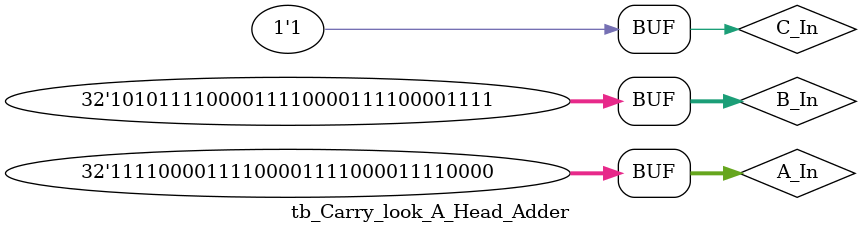
<source format=sv>

module tb_Carry_look_A_Head_Adder;
    logic [31:0] A_In, B_In;
    logic C_In;      
    logic [31:0]Sum;
    logic C_Out;        

    Carry_look_A_Head_Adder Dut_Carry_look_A_Head_Adder (
        .A_In(A_In), .B_In(B_In), .C_In(C_In), .Sum(Sum), .C_Out(C_Out)
    );

    
    initial begin
       
        $monitor("A_In=%b, B_In=%b, C_In=%b => Sum=%b, C_Out=%b", A_In, B_In, C_In, Sum, C_Out);



	for (int i = 0; i < 5; i++) begin
            for (int j = 0; j < 8; j++) begin
                for (int k = 0; k < 2; k++) begin
                    A_In = i[31:0];       
                    B_In = j[31:0];       
                    C_In = k;           
                    #10;                
                end
            end
        end

/*	A_In = 32'h00000000;
        B_In = 32'h00000000;
        C_In = 1;
        #10;
*/
	A_In = 32'hFFFFFFFF;
        B_In = 32'hFFFFFFFF;
        C_In = 0;
        #10;
	A_In = 32'hFFFFFFFF;
        B_In = 32'hFFFFFFFF;
        C_In = 1;
        #10;
	A_In = 32'hFFFFFFF0;
        B_In = 32'hFFFFFF0F;
        C_In = 0;
        #10;
	A_In = 32'hF0F0F0F0;
        B_In = 32'hAF0F0F0F;
        C_In = 0;
        #10;
	A_In = 32'hF0F0F0F0;
        B_In = 32'hAF0F0F0F;
        C_In = 1;
        #10;



    end
endmodule

</source>
